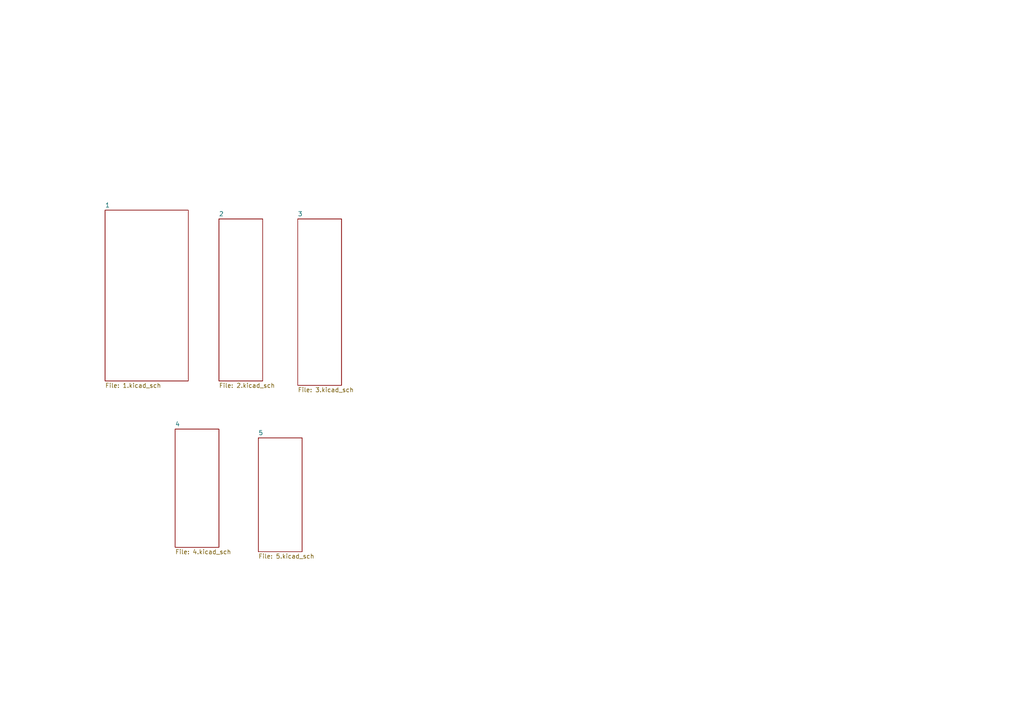
<source format=kicad_sch>
(kicad_sch (version 20211123) (generator eeschema)
  (paper "A4")
  (lib_symbols)
  (sheet (at 86.36 63.5) (size 12.7 48.26) (stroke (width 0.1524))
    (property "Sheet name" "3" (at 86.36 62.7884 0) (effects (justify left bottom)))
    (property "Sheet file" "3.kicad_sch" (at 86.36 112.3446 0) (effects (justify left top)))
  )
  (sheet (at 30.48 60.96) (size 24.13 49.53) (stroke (width 0.1524))
    (property "Sheet name" "1" (at 30.48 60.2484 0) (effects (justify left bottom)))
    (property "Sheet file" "1.kicad_sch" (at 30.48 111.0746 0) (effects (justify left top)))
  )
  (sheet (at 74.93 127) (size 12.7 33.02) (stroke (width 0.1524))
    (property "Sheet name" "5" (at 74.93 126.2884 0) (effects (justify left bottom)))
    (property "Sheet file" "5.kicad_sch" (at 74.93 160.6046 0) (effects (justify left top)))
  )
  (sheet (at 50.8 124.46) (size 12.7 34.29) (stroke (width 0.1524))
    (property "Sheet name" "4" (at 50.8 123.7484 0) (effects (justify left bottom)))
    (property "Sheet file" "4.kicad_sch" (at 50.8 159.3346 0) (effects (justify left top)))
  )
  (sheet (at 63.5 63.5) (size 12.7 46.99) (stroke (width 0.1524))
    (property "Sheet name" "2" (at 63.5 62.7884 0) (effects (justify left bottom)))
    (property "Sheet file" "2.kicad_sch" (at 63.5 111.0746 0) (effects (justify left top)))
  )
)
</source>
